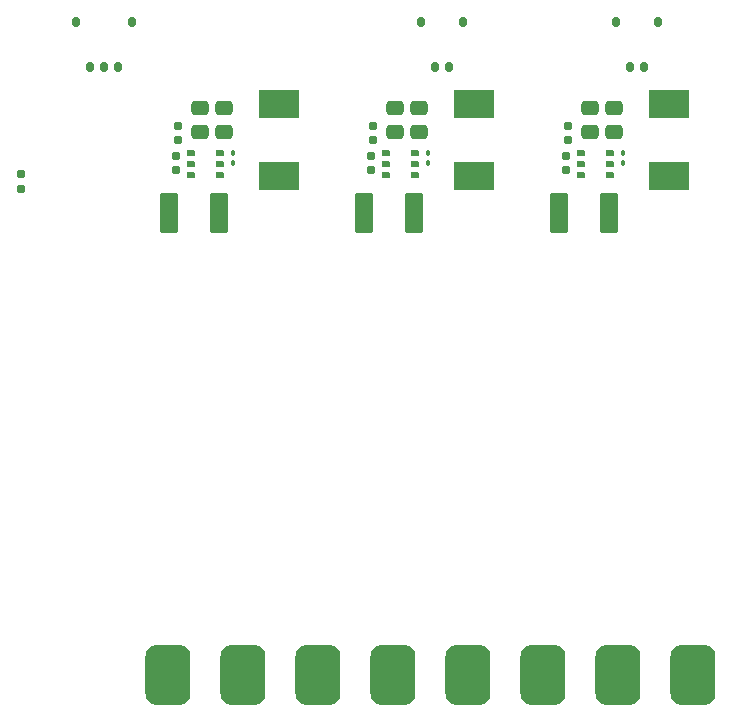
<source format=gbr>
%TF.GenerationSoftware,KiCad,Pcbnew,8.0.2*%
%TF.CreationDate,2024-10-18T13:00:15-07:00*%
%TF.ProjectId,ArmLEDsPrototype,41726d4c-4544-4735-9072-6f746f747970,rev?*%
%TF.SameCoordinates,Original*%
%TF.FileFunction,Paste,Top*%
%TF.FilePolarity,Positive*%
%FSLAX46Y46*%
G04 Gerber Fmt 4.6, Leading zero omitted, Abs format (unit mm)*
G04 Created by KiCad (PCBNEW 8.0.2) date 2024-10-18 13:00:15*
%MOMM*%
%LPD*%
G01*
G04 APERTURE LIST*
G04 Aperture macros list*
%AMRoundRect*
0 Rectangle with rounded corners*
0 $1 Rounding radius*
0 $2 $3 $4 $5 $6 $7 $8 $9 X,Y pos of 4 corners*
0 Add a 4 corners polygon primitive as box body*
4,1,4,$2,$3,$4,$5,$6,$7,$8,$9,$2,$3,0*
0 Add four circle primitives for the rounded corners*
1,1,$1+$1,$2,$3*
1,1,$1+$1,$4,$5*
1,1,$1+$1,$6,$7*
1,1,$1+$1,$8,$9*
0 Add four rect primitives between the rounded corners*
20,1,$1+$1,$2,$3,$4,$5,0*
20,1,$1+$1,$4,$5,$6,$7,0*
20,1,$1+$1,$6,$7,$8,$9,0*
20,1,$1+$1,$8,$9,$2,$3,0*%
G04 Aperture macros list end*
%ADD10RoundRect,0.250000X0.475000X-0.337500X0.475000X0.337500X-0.475000X0.337500X-0.475000X-0.337500X0*%
%ADD11R,3.499992X2.349998*%
%ADD12R,3.499996X2.349986*%
%ADD13RoundRect,0.160000X-0.160000X0.197500X-0.160000X-0.197500X0.160000X-0.197500X0.160000X0.197500X0*%
%ADD14RoundRect,0.250000X0.537500X1.450000X-0.537500X1.450000X-0.537500X-1.450000X0.537500X-1.450000X0*%
%ADD15RoundRect,0.090000X-0.090000X0.139000X-0.090000X-0.139000X0.090000X-0.139000X0.090000X0.139000X0*%
%ADD16RoundRect,0.150000X0.150000X0.275000X-0.150000X0.275000X-0.150000X-0.275000X0.150000X-0.275000X0*%
%ADD17RoundRect,0.175000X0.175000X0.225000X-0.175000X0.225000X-0.175000X-0.225000X0.175000X-0.225000X0*%
%ADD18RoundRect,0.139700X0.228597X-0.139700X0.228597X0.139700X-0.228597X0.139700X-0.228597X-0.139700X0*%
%ADD19RoundRect,0.139700X0.228599X-0.139699X0.228599X0.139699X-0.228599X0.139699X-0.228599X-0.139699X0*%
%ADD20RoundRect,0.139700X0.228600X-0.139700X0.228600X0.139700X-0.228600X0.139700X-0.228600X-0.139700X0*%
%ADD21RoundRect,0.139699X0.228599X-0.139699X0.228599X0.139699X-0.228599X0.139699X-0.228599X-0.139699X0*%
%ADD22RoundRect,0.139698X0.228597X-0.139697X0.228597X0.139697X-0.228597X0.139697X-0.228597X-0.139697X0*%
%ADD23RoundRect,0.952500X0.952500X-1.587500X0.952500X1.587500X-0.952500X1.587500X-0.952500X-1.587500X0*%
%ADD24RoundRect,0.160000X0.160000X-0.197500X0.160000X0.197500X-0.160000X0.197500X-0.160000X-0.197500X0*%
G04 APERTURE END LIST*
D10*
%TO.C,C8*%
X141515000Y-85367500D03*
X141515000Y-83292500D03*
%TD*%
%TO.C,C11*%
X126985002Y-85362507D03*
X126985002Y-83287507D03*
%TD*%
%TO.C,C3*%
X160005002Y-85362507D03*
X160005002Y-83287507D03*
%TD*%
D11*
%TO.C,L3*%
X131684996Y-89074999D03*
D12*
X131685002Y-83025007D03*
%TD*%
D13*
%TO.C,R13*%
X123085000Y-84852500D03*
X123085000Y-86047500D03*
%TD*%
D14*
%TO.C,C5*%
X143132502Y-92225007D03*
X138857502Y-92225007D03*
%TD*%
D15*
%TO.C,C6*%
X144295000Y-87117500D03*
X144295000Y-87982500D03*
%TD*%
D16*
%TO.C,J3*%
X146075000Y-79825000D03*
X144875000Y-79825000D03*
D17*
X147225000Y-76050000D03*
X143725000Y-76050000D03*
%TD*%
D13*
%TO.C,R11*%
X139595000Y-84852500D03*
X139595000Y-86047500D03*
%TD*%
D18*
%TO.C,U2*%
X140752003Y-87122900D03*
D19*
X140752001Y-88062699D03*
D20*
X140752000Y-89015200D03*
D21*
X143190398Y-89002498D03*
D20*
X143190400Y-88062700D03*
D22*
X143190395Y-87110205D03*
%TD*%
D14*
%TO.C,C9*%
X126622502Y-92225007D03*
X122347502Y-92225007D03*
%TD*%
D11*
%TO.C,L1*%
X164704996Y-89074999D03*
D12*
X164705002Y-83025007D03*
%TD*%
D23*
%TO.C,J1*%
X122301000Y-131318000D03*
X128651000Y-131318000D03*
X135001000Y-131318000D03*
X141351000Y-131318000D03*
X147701000Y-131318000D03*
X154051000Y-131318000D03*
X160401000Y-131318000D03*
X166751000Y-131318000D03*
%TD*%
D13*
%TO.C,R14*%
X122985000Y-87352500D03*
X122985000Y-88547500D03*
%TD*%
D15*
%TO.C,C2*%
X160805000Y-87117500D03*
X160805000Y-87982500D03*
%TD*%
D18*
%TO.C,U3*%
X124242003Y-87122900D03*
D19*
X124242001Y-88062699D03*
D20*
X124242000Y-89015200D03*
D21*
X126680398Y-89002498D03*
D20*
X126680400Y-88062700D03*
D22*
X126680395Y-87110205D03*
%TD*%
D18*
%TO.C,U1*%
X157262003Y-87122900D03*
D19*
X157262001Y-88062699D03*
D20*
X157262000Y-89015200D03*
D21*
X159700398Y-89002498D03*
D20*
X159700400Y-88062700D03*
D22*
X159700395Y-87110205D03*
%TD*%
D13*
%TO.C,R9*%
X156105000Y-84852500D03*
X156105000Y-86047500D03*
%TD*%
D16*
%TO.C,J5*%
X118065000Y-79825000D03*
X116865000Y-79825000D03*
X115665000Y-79825000D03*
D17*
X119215000Y-76050000D03*
X114515000Y-76050000D03*
%TD*%
D13*
%TO.C,R12*%
X139495000Y-87352500D03*
X139495000Y-88547500D03*
%TD*%
%TO.C,R10*%
X156005000Y-87352500D03*
X156005000Y-88547500D03*
%TD*%
D24*
%TO.C,R1*%
X109842000Y-90150500D03*
X109842000Y-88955500D03*
%TD*%
D10*
%TO.C,C12*%
X125005000Y-85367500D03*
X125005000Y-83292500D03*
%TD*%
%TO.C,C7*%
X143495002Y-85362507D03*
X143495002Y-83287507D03*
%TD*%
D16*
%TO.C,J6*%
X162585000Y-79825000D03*
X161385000Y-79825000D03*
D17*
X163735000Y-76050000D03*
X160235000Y-76050000D03*
%TD*%
D11*
%TO.C,L2*%
X148194996Y-89074999D03*
D12*
X148195002Y-83025007D03*
%TD*%
D15*
%TO.C,C10*%
X127785000Y-87117500D03*
X127785000Y-87982500D03*
%TD*%
D14*
%TO.C,C1*%
X159642502Y-92225007D03*
X155367502Y-92225007D03*
%TD*%
D10*
%TO.C,C4*%
X158025000Y-85367500D03*
X158025000Y-83292500D03*
%TD*%
M02*

</source>
